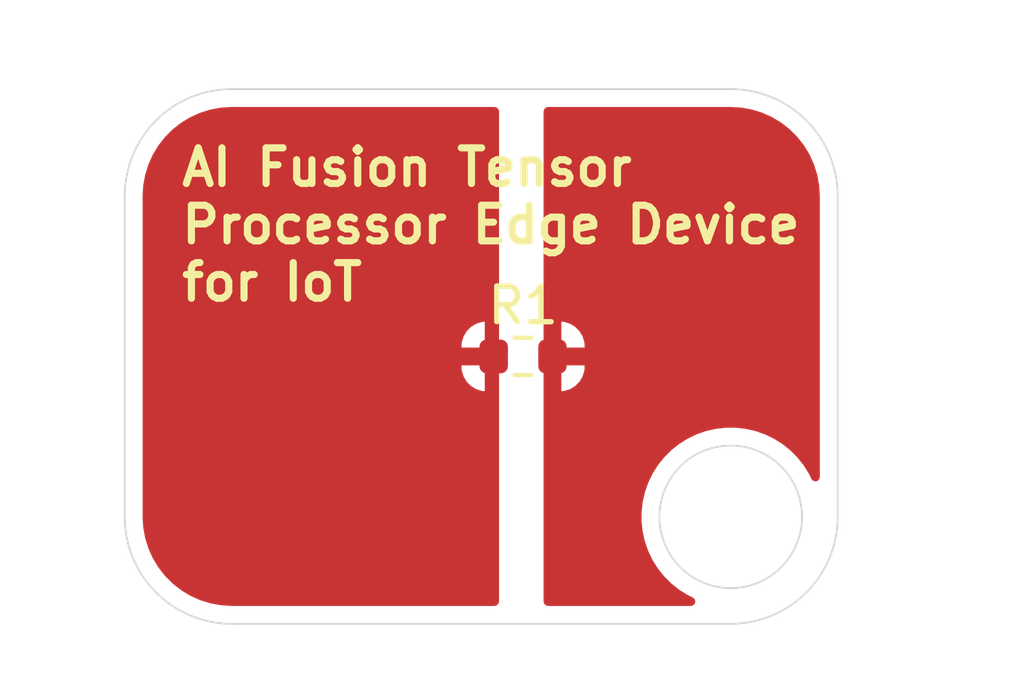
<source format=kicad_pcb>
(kicad_pcb (version 20241229) (generator "pcbnew") (generator_version "9.0")
  (layers (0 "F.Cu" signal) (2 "B.Cu" signal) (13 "F.Paste" user) (15 "B.Paste" user) (5 "F.SilkS" user "F.Silkscreen") (7 "B.SilkS" user "B.Silkscreen") (1 "F.Mask" user) (3 "B.Mask" user) (25 "Edge.Cuts" user))
  (net 0 "")
  (net 1 "GND")
  (net 2 "+5V")
  (footprint "Resistor_SMD:R_0603_1608Metric" (layer "F.Cu") (at 146.175 102.5)
    (property "Reference" "R1" (at 0 -1.43 0) (layer "F.SilkS"))
    (property "Value" "10k")
    (fp_line (start -0.237258 -0.5225) (end 0.237258 -0.5225) (stroke (width 0.12)) (layer "F.SilkS"))
    (fp_line (start -0.237258 0.5225) (end 0.237258 0.5225) (stroke (width 0.12)) (layer "F.SilkS"))
    (pad "1" smd roundrect (at -0.825 0) (size 0.8 0.95) (layers "F.Cu" "F.Mask" "F.Paste") (net 2 "+5V"))
    (pad "2" smd roundrect (at 0.825 0) (size 0.8 0.95) (layers "F.Cu" "F.Mask" "F.Paste") (net 1 "GND"))
  )
  (gr_line (start 135 98) (end 135 107) (stroke (width 0.05)) (layer "Edge.Cuts"))
  (gr_arc (start 152 95) (mid 154.12132 95.87868) (end 155 98) (stroke (width 0.05)) (layer "Edge.Cuts"))
  (gr_arc (start 155 107) (mid 154.12132 109.12132) (end 152 110) (stroke (width 0.05)) (layer "Edge.Cuts"))
  (gr_arc (start 135 98) (mid 135.87868 95.87868) (end 138 95) (stroke (width 0.05)) (layer "Edge.Cuts"))
  (gr_line (start 155 107) (end 155 98) (stroke (width 0.05)) (layer "Edge.Cuts"))
  (gr_circle (center 152 107) (end 154 107) (stroke (width 0.05)) (fill no) (layer "Edge.Cuts"))
  (gr_line (start 152 95) (end 138 95) (stroke (width 0.05)) (layer "Edge.Cuts"))
  (gr_arc (start 138 110) (mid 135.87868 109.12132) (end 135 107) (stroke (width 0.05)) (layer "Edge.Cuts"))
  (gr_line (start 138 110) (end 152 110) (stroke (width 0.05)) (layer "Edge.Cuts"))
  (gr_text "AI Fusion Tensor\nProcessor Edge Device\nfor IoT" (at 136.5 101 0) (layer "F.SilkS") (effects (font (size 1 1) (thickness 0.2) (bold yes)) (justify left bottom)))
  (zone (net 1) (net_name "GND") (layer "F.Cu") (priority 1) (connect_pads (clearance 0.5)) (min_thickness 0.25) (fill yes (thermal_gap 0.5) (thermal_bridge_width 0.5))
    (polygon (pts (xy 146.75 94.25) (xy 146.75 111.25) (xy 160.25 111.25) (xy 159.5 92.5)))
  )
  (zone (net 2) (net_name "+5V") (layer "F.Cu") (connect_pads (clearance 0.5)) (min_thickness 0.25) (fill yes (thermal_gap 0.5) (thermal_bridge_width 0.5))
    (polygon (pts (xy 145.5 94.25) (xy 145.5 111.5) (xy 131.5 111.25) (xy 132 93.75)))
  )
)
</source>
